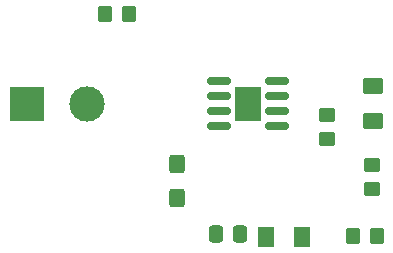
<source format=gbr>
%TF.GenerationSoftware,KiCad,Pcbnew,(6.0.10-0)*%
%TF.CreationDate,2023-02-17T12:23:13-08:00*%
%TF.ProjectId,exercise 4-2,65786572-6369-4736-9520-342d322e6b69,rev?*%
%TF.SameCoordinates,Original*%
%TF.FileFunction,Soldermask,Top*%
%TF.FilePolarity,Negative*%
%FSLAX46Y46*%
G04 Gerber Fmt 4.6, Leading zero omitted, Abs format (unit mm)*
G04 Created by KiCad (PCBNEW (6.0.10-0)) date 2023-02-17 12:23:13*
%MOMM*%
%LPD*%
G01*
G04 APERTURE LIST*
G04 Aperture macros list*
%AMRoundRect*
0 Rectangle with rounded corners*
0 $1 Rounding radius*
0 $2 $3 $4 $5 $6 $7 $8 $9 X,Y pos of 4 corners*
0 Add a 4 corners polygon primitive as box body*
4,1,4,$2,$3,$4,$5,$6,$7,$8,$9,$2,$3,0*
0 Add four circle primitives for the rounded corners*
1,1,$1+$1,$2,$3*
1,1,$1+$1,$4,$5*
1,1,$1+$1,$6,$7*
1,1,$1+$1,$8,$9*
0 Add four rect primitives between the rounded corners*
20,1,$1+$1,$2,$3,$4,$5,0*
20,1,$1+$1,$4,$5,$6,$7,0*
20,1,$1+$1,$6,$7,$8,$9,0*
20,1,$1+$1,$8,$9,$2,$3,0*%
G04 Aperture macros list end*
%ADD10RoundRect,0.250000X-0.337500X-0.475000X0.337500X-0.475000X0.337500X0.475000X-0.337500X0.475000X0*%
%ADD11RoundRect,0.250000X0.350000X0.450000X-0.350000X0.450000X-0.350000X-0.450000X0.350000X-0.450000X0*%
%ADD12RoundRect,0.250000X-0.350000X-0.450000X0.350000X-0.450000X0.350000X0.450000X-0.350000X0.450000X0*%
%ADD13RoundRect,0.150000X-0.825000X-0.150000X0.825000X-0.150000X0.825000X0.150000X-0.825000X0.150000X0*%
%ADD14R,2.290000X3.000000*%
%ADD15RoundRect,0.250000X-0.425000X0.537500X-0.425000X-0.537500X0.425000X-0.537500X0.425000X0.537500X0*%
%ADD16RoundRect,0.250001X-0.462499X-0.624999X0.462499X-0.624999X0.462499X0.624999X-0.462499X0.624999X0*%
%ADD17RoundRect,0.250000X-0.450000X0.350000X-0.450000X-0.350000X0.450000X-0.350000X0.450000X0.350000X0*%
%ADD18R,3.000000X3.000000*%
%ADD19C,3.000000*%
%ADD20RoundRect,0.250001X0.624999X-0.462499X0.624999X0.462499X-0.624999X0.462499X-0.624999X-0.462499X0*%
G04 APERTURE END LIST*
D10*
%TO.C,C2*%
X140448760Y-82180000D03*
X142523760Y-82180000D03*
%TD*%
D11*
%TO.C,R4*%
X154081192Y-82275000D03*
X152081192Y-82275000D03*
%TD*%
D12*
%TO.C,R1*%
X131080000Y-63500000D03*
X133080000Y-63500000D03*
%TD*%
D13*
%TO.C,U1*%
X140682500Y-69215000D03*
X140682500Y-70485000D03*
X140682500Y-71755000D03*
X140682500Y-73025000D03*
X145632500Y-73025000D03*
X145632500Y-71755000D03*
X145632500Y-70485000D03*
X145632500Y-69215000D03*
D14*
X143157500Y-71120000D03*
%TD*%
D15*
%TO.C,C1*%
X137160000Y-76200000D03*
X137160000Y-79075000D03*
%TD*%
D16*
%TO.C,D2*%
X144727500Y-82360000D03*
X147702500Y-82360000D03*
%TD*%
D17*
%TO.C,R2*%
X149868808Y-72058808D03*
X149868808Y-74058808D03*
%TD*%
D18*
%TO.C,J1*%
X124460000Y-71120000D03*
D19*
X129540000Y-71120000D03*
%TD*%
D20*
%TO.C,D1*%
X153785000Y-72607500D03*
X153785000Y-69632500D03*
%TD*%
D17*
%TO.C,R3*%
X153690000Y-76285872D03*
X153690000Y-78285872D03*
%TD*%
M02*

</source>
